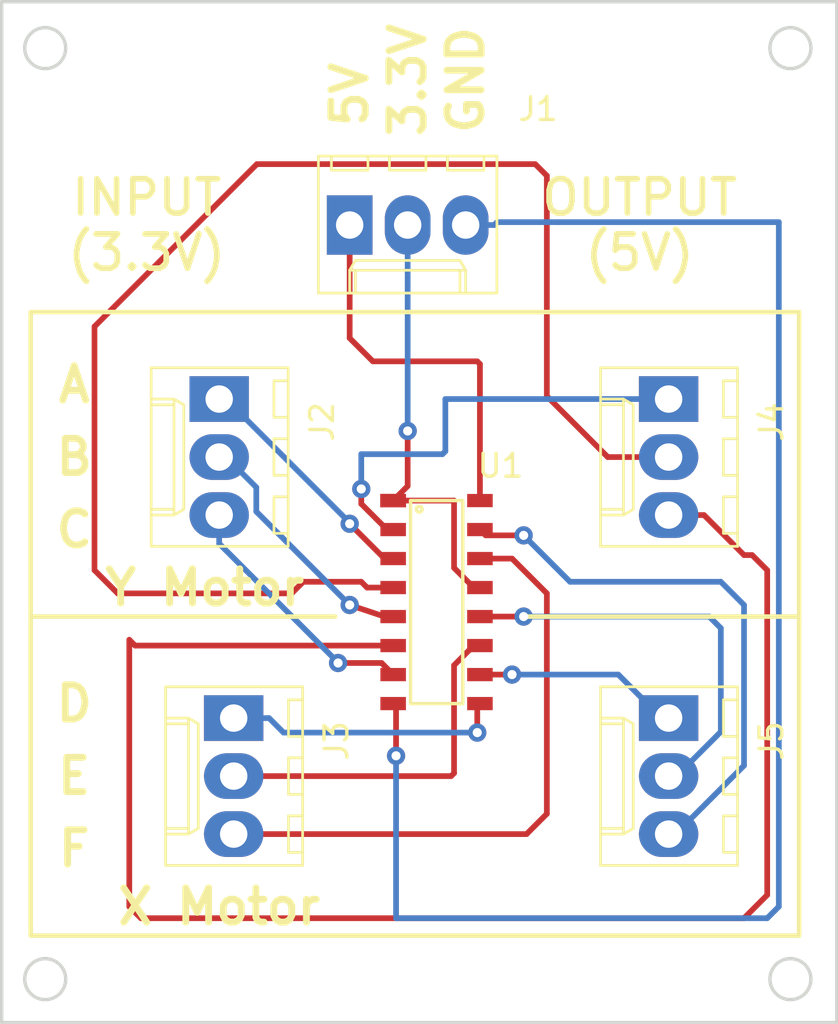
<source format=kicad_pcb>
(kicad_pcb (version 20171130) (host pcbnew "(5.0.0-rc2-dev-173-gf1cf95b8d)")

  (general
    (thickness 1.6)
    (drawings 28)
    (tracks 113)
    (zones 0)
    (modules 6)
    (nets 16)
  )

  (page A4)
  (layers
    (0 F.Cu signal)
    (31 B.Cu signal)
    (32 B.Adhes user)
    (33 F.Adhes user)
    (34 B.Paste user)
    (35 F.Paste user)
    (36 B.SilkS user)
    (37 F.SilkS user)
    (38 B.Mask user)
    (39 F.Mask user)
    (40 Dwgs.User user)
    (41 Cmts.User user)
    (42 Eco1.User user)
    (43 Eco2.User user)
    (44 Edge.Cuts user)
    (45 Margin user)
    (46 B.CrtYd user)
    (47 F.CrtYd user)
    (48 B.Fab user)
    (49 F.Fab user)
  )

  (setup
    (last_trace_width 0.25)
    (trace_clearance 0.2)
    (zone_clearance 0.508)
    (zone_45_only no)
    (trace_min 0.2)
    (segment_width 0.2)
    (edge_width 0.15)
    (via_size 0.8)
    (via_drill 0.4)
    (via_min_size 0.4)
    (via_min_drill 0.3)
    (uvia_size 0.3)
    (uvia_drill 0.1)
    (uvias_allowed no)
    (uvia_min_size 0.2)
    (uvia_min_drill 0.1)
    (pcb_text_width 0.3)
    (pcb_text_size 1.5 1.5)
    (mod_edge_width 0.15)
    (mod_text_size 1 1)
    (mod_text_width 0.15)
    (pad_size 1.524 1.524)
    (pad_drill 0.762)
    (pad_to_mask_clearance 0.2)
    (aux_axis_origin 0 0)
    (visible_elements 7FFFFFFF)
    (pcbplotparams
      (layerselection 0x010fc_ffffffff)
      (usegerberextensions false)
      (usegerberattributes false)
      (usegerberadvancedattributes false)
      (creategerberjobfile false)
      (excludeedgelayer true)
      (linewidth 0.100000)
      (plotframeref false)
      (viasonmask false)
      (mode 1)
      (useauxorigin false)
      (hpglpennumber 1)
      (hpglpenspeed 20)
      (hpglpendiameter 15)
      (psnegative false)
      (psa4output false)
      (plotreference true)
      (plotvalue true)
      (plotinvisibletext false)
      (padsonsilk false)
      (subtractmaskfromsilk false)
      (outputformat 1)
      (mirror false)
      (drillshape 1)
      (scaleselection 1)
      (outputdirectory ""))
  )

  (net 0 "")
  (net 1 +3V3)
  (net 2 "Net-(J2-Pad3)")
  (net 3 "Net-(J4-Pad3)")
  (net 4 "Net-(J2-Pad2)")
  (net 5 "Net-(J2-Pad1)")
  (net 6 +5V)
  (net 7 "Net-(J4-Pad1)")
  (net 8 "Net-(J4-Pad2)")
  (net 9 "Net-(J5-Pad1)")
  (net 10 "Net-(J5-Pad2)")
  (net 11 "Net-(J5-Pad3)")
  (net 12 GND)
  (net 13 "Net-(J3-Pad3)")
  (net 14 "Net-(J3-Pad2)")
  (net 15 "Net-(J3-Pad1)")

  (net_class Default "This is the default net class."
    (clearance 0.2)
    (trace_width 0.25)
    (via_dia 0.8)
    (via_drill 0.4)
    (uvia_dia 0.3)
    (uvia_drill 0.1)
    (add_net +3V3)
    (add_net +5V)
    (add_net GND)
    (add_net "Net-(J2-Pad1)")
    (add_net "Net-(J2-Pad2)")
    (add_net "Net-(J2-Pad3)")
    (add_net "Net-(J3-Pad1)")
    (add_net "Net-(J3-Pad2)")
    (add_net "Net-(J3-Pad3)")
    (add_net "Net-(J4-Pad1)")
    (add_net "Net-(J4-Pad2)")
    (add_net "Net-(J4-Pad3)")
    (add_net "Net-(J5-Pad1)")
    (add_net "Net-(J5-Pad2)")
    (add_net "Net-(J5-Pad3)")
  )

  (module Connectors_Molex:Molex_KK-6410-03_03x2.54mm_Straight (layer F.Cu) (tedit 58EE6EE6) (tstamp 5AB6124B)
    (at 106.68 56.515)
    (descr "Connector Headers with Friction Lock, 22-27-2031, http://www.molex.com/pdm_docs/sd/022272021_sd.pdf")
    (tags "connector molex kk_6410 22-27-2031")
    (path /5AB3C349)
    (fp_text reference J1 (at 8.255 -5.08) (layer F.SilkS)
      (effects (font (size 1 1) (thickness 0.15)))
    )
    (fp_text value Conn_01x03 (at 2.54 4.5) (layer F.Fab)
      (effects (font (size 1 1) (thickness 0.15)))
    )
    (fp_text user %R (at 2.54 0) (layer F.Fab)
      (effects (font (size 1 1) (thickness 0.15)))
    )
    (fp_line (start 7 3.5) (end -1.9 3.5) (layer F.CrtYd) (width 0.05))
    (fp_line (start 7 -3.55) (end 7 3.5) (layer F.CrtYd) (width 0.05))
    (fp_line (start -1.9 -3.55) (end 7 -3.55) (layer F.CrtYd) (width 0.05))
    (fp_line (start -1.9 3.5) (end -1.9 -3.55) (layer F.CrtYd) (width 0.05))
    (fp_line (start 5.88 -2.4) (end 5.88 -3.02) (layer F.SilkS) (width 0.12))
    (fp_line (start 4.28 -2.4) (end 5.88 -2.4) (layer F.SilkS) (width 0.12))
    (fp_line (start 4.28 -3.02) (end 4.28 -2.4) (layer F.SilkS) (width 0.12))
    (fp_line (start 3.34 -2.4) (end 3.34 -3.02) (layer F.SilkS) (width 0.12))
    (fp_line (start 1.74 -2.4) (end 3.34 -2.4) (layer F.SilkS) (width 0.12))
    (fp_line (start 1.74 -3.02) (end 1.74 -2.4) (layer F.SilkS) (width 0.12))
    (fp_line (start 0.8 -2.4) (end 0.8 -3.02) (layer F.SilkS) (width 0.12))
    (fp_line (start -0.8 -2.4) (end 0.8 -2.4) (layer F.SilkS) (width 0.12))
    (fp_line (start -0.8 -3.02) (end -0.8 -2.4) (layer F.SilkS) (width 0.12))
    (fp_line (start 4.83 2.98) (end 4.83 1.98) (layer F.SilkS) (width 0.12))
    (fp_line (start 0.25 2.98) (end 0.25 1.98) (layer F.SilkS) (width 0.12))
    (fp_line (start 4.83 1.55) (end 5.08 1.98) (layer F.SilkS) (width 0.12))
    (fp_line (start 0.25 1.55) (end 4.83 1.55) (layer F.SilkS) (width 0.12))
    (fp_line (start 0 1.98) (end 0.25 1.55) (layer F.SilkS) (width 0.12))
    (fp_line (start 5.08 1.98) (end 5.08 2.98) (layer F.SilkS) (width 0.12))
    (fp_line (start 0 1.98) (end 5.08 1.98) (layer F.SilkS) (width 0.12))
    (fp_line (start 0 2.98) (end 0 1.98) (layer F.SilkS) (width 0.12))
    (fp_line (start 6.45 -3.02) (end -1.37 -3.02) (layer F.SilkS) (width 0.12))
    (fp_line (start 6.45 2.98) (end 6.45 -3.02) (layer F.SilkS) (width 0.12))
    (fp_line (start -1.37 2.98) (end 6.45 2.98) (layer F.SilkS) (width 0.12))
    (fp_line (start -1.37 -3.02) (end -1.37 2.98) (layer F.SilkS) (width 0.12))
    (fp_line (start 6.55 -3.12) (end -1.47 -3.12) (layer F.Fab) (width 0.12))
    (fp_line (start 6.55 3.08) (end 6.55 -3.12) (layer F.Fab) (width 0.12))
    (fp_line (start -1.47 3.08) (end 6.55 3.08) (layer F.Fab) (width 0.12))
    (fp_line (start -1.47 -3.12) (end -1.47 3.08) (layer F.Fab) (width 0.12))
    (pad 3 thru_hole oval (at 5.08 0) (size 2 2.6) (drill 1.2) (layers *.Cu *.Mask)
      (net 12 GND))
    (pad 2 thru_hole oval (at 2.54 0) (size 2 2.6) (drill 1.2) (layers *.Cu *.Mask)
      (net 1 +3V3))
    (pad 1 thru_hole rect (at 0 0) (size 2 2.6) (drill 1.2) (layers *.Cu *.Mask)
      (net 6 +5V))
    (model ${KISYS3DMOD}/Connectors_Molex.3dshapes/Molex_KK-6410-03_03x2.54mm_Straight.wrl
      (at (xyz 0 0 0))
      (scale (xyz 1 1 1))
      (rotate (xyz 0 0 0))
    )
  )

  (module Connectors_Molex:Molex_KK-6410-03_03x2.54mm_Straight (layer F.Cu) (tedit 58EE6EE6) (tstamp 5AB61270)
    (at 100.965 64.135 270)
    (descr "Connector Headers with Friction Lock, 22-27-2031, http://www.molex.com/pdm_docs/sd/022272021_sd.pdf")
    (tags "connector molex kk_6410 22-27-2031")
    (path /5AB57ABA)
    (fp_text reference J2 (at 1 -4.5 270) (layer F.SilkS)
      (effects (font (size 1 1) (thickness 0.15)))
    )
    (fp_text value Conn_01x03 (at 2.54 4.5 270) (layer F.Fab)
      (effects (font (size 1 1) (thickness 0.15)))
    )
    (fp_line (start -1.47 -3.12) (end -1.47 3.08) (layer F.Fab) (width 0.12))
    (fp_line (start -1.47 3.08) (end 6.55 3.08) (layer F.Fab) (width 0.12))
    (fp_line (start 6.55 3.08) (end 6.55 -3.12) (layer F.Fab) (width 0.12))
    (fp_line (start 6.55 -3.12) (end -1.47 -3.12) (layer F.Fab) (width 0.12))
    (fp_line (start -1.37 -3.02) (end -1.37 2.98) (layer F.SilkS) (width 0.12))
    (fp_line (start -1.37 2.98) (end 6.45 2.98) (layer F.SilkS) (width 0.12))
    (fp_line (start 6.45 2.98) (end 6.45 -3.02) (layer F.SilkS) (width 0.12))
    (fp_line (start 6.45 -3.02) (end -1.37 -3.02) (layer F.SilkS) (width 0.12))
    (fp_line (start 0 2.98) (end 0 1.98) (layer F.SilkS) (width 0.12))
    (fp_line (start 0 1.98) (end 5.08 1.98) (layer F.SilkS) (width 0.12))
    (fp_line (start 5.08 1.98) (end 5.08 2.98) (layer F.SilkS) (width 0.12))
    (fp_line (start 0 1.98) (end 0.25 1.55) (layer F.SilkS) (width 0.12))
    (fp_line (start 0.25 1.55) (end 4.83 1.55) (layer F.SilkS) (width 0.12))
    (fp_line (start 4.83 1.55) (end 5.08 1.98) (layer F.SilkS) (width 0.12))
    (fp_line (start 0.25 2.98) (end 0.25 1.98) (layer F.SilkS) (width 0.12))
    (fp_line (start 4.83 2.98) (end 4.83 1.98) (layer F.SilkS) (width 0.12))
    (fp_line (start -0.8 -3.02) (end -0.8 -2.4) (layer F.SilkS) (width 0.12))
    (fp_line (start -0.8 -2.4) (end 0.8 -2.4) (layer F.SilkS) (width 0.12))
    (fp_line (start 0.8 -2.4) (end 0.8 -3.02) (layer F.SilkS) (width 0.12))
    (fp_line (start 1.74 -3.02) (end 1.74 -2.4) (layer F.SilkS) (width 0.12))
    (fp_line (start 1.74 -2.4) (end 3.34 -2.4) (layer F.SilkS) (width 0.12))
    (fp_line (start 3.34 -2.4) (end 3.34 -3.02) (layer F.SilkS) (width 0.12))
    (fp_line (start 4.28 -3.02) (end 4.28 -2.4) (layer F.SilkS) (width 0.12))
    (fp_line (start 4.28 -2.4) (end 5.88 -2.4) (layer F.SilkS) (width 0.12))
    (fp_line (start 5.88 -2.4) (end 5.88 -3.02) (layer F.SilkS) (width 0.12))
    (fp_line (start -1.9 3.5) (end -1.9 -3.55) (layer F.CrtYd) (width 0.05))
    (fp_line (start -1.9 -3.55) (end 7 -3.55) (layer F.CrtYd) (width 0.05))
    (fp_line (start 7 -3.55) (end 7 3.5) (layer F.CrtYd) (width 0.05))
    (fp_line (start 7 3.5) (end -1.9 3.5) (layer F.CrtYd) (width 0.05))
    (fp_text user %R (at 2.54 0 270) (layer F.Fab)
      (effects (font (size 1 1) (thickness 0.15)))
    )
    (pad 1 thru_hole rect (at 0 0 270) (size 2 2.6) (drill 1.2) (layers *.Cu *.Mask)
      (net 5 "Net-(J2-Pad1)"))
    (pad 2 thru_hole oval (at 2.54 0 270) (size 2 2.6) (drill 1.2) (layers *.Cu *.Mask)
      (net 4 "Net-(J2-Pad2)"))
    (pad 3 thru_hole oval (at 5.08 0 270) (size 2 2.6) (drill 1.2) (layers *.Cu *.Mask)
      (net 2 "Net-(J2-Pad3)"))
    (model ${KISYS3DMOD}/Connectors_Molex.3dshapes/Molex_KK-6410-03_03x2.54mm_Straight.wrl
      (at (xyz 0 0 0))
      (scale (xyz 1 1 1))
      (rotate (xyz 0 0 0))
    )
  )

  (module Connectors_Molex:Molex_KK-6410-03_03x2.54mm_Straight (layer F.Cu) (tedit 58EE6EE6) (tstamp 5AB61295)
    (at 101.6 78.105 270)
    (descr "Connector Headers with Friction Lock, 22-27-2031, http://www.molex.com/pdm_docs/sd/022272021_sd.pdf")
    (tags "connector molex kk_6410 22-27-2031")
    (path /5AB57AFF)
    (fp_text reference J3 (at 1 -4.5 270) (layer F.SilkS)
      (effects (font (size 1 1) (thickness 0.15)))
    )
    (fp_text value Conn_01x03 (at 2.54 4.5 270) (layer F.Fab)
      (effects (font (size 1 1) (thickness 0.15)))
    )
    (fp_text user %R (at 2.54 0 270) (layer F.Fab)
      (effects (font (size 1 1) (thickness 0.15)))
    )
    (fp_line (start 7 3.5) (end -1.9 3.5) (layer F.CrtYd) (width 0.05))
    (fp_line (start 7 -3.55) (end 7 3.5) (layer F.CrtYd) (width 0.05))
    (fp_line (start -1.9 -3.55) (end 7 -3.55) (layer F.CrtYd) (width 0.05))
    (fp_line (start -1.9 3.5) (end -1.9 -3.55) (layer F.CrtYd) (width 0.05))
    (fp_line (start 5.88 -2.4) (end 5.88 -3.02) (layer F.SilkS) (width 0.12))
    (fp_line (start 4.28 -2.4) (end 5.88 -2.4) (layer F.SilkS) (width 0.12))
    (fp_line (start 4.28 -3.02) (end 4.28 -2.4) (layer F.SilkS) (width 0.12))
    (fp_line (start 3.34 -2.4) (end 3.34 -3.02) (layer F.SilkS) (width 0.12))
    (fp_line (start 1.74 -2.4) (end 3.34 -2.4) (layer F.SilkS) (width 0.12))
    (fp_line (start 1.74 -3.02) (end 1.74 -2.4) (layer F.SilkS) (width 0.12))
    (fp_line (start 0.8 -2.4) (end 0.8 -3.02) (layer F.SilkS) (width 0.12))
    (fp_line (start -0.8 -2.4) (end 0.8 -2.4) (layer F.SilkS) (width 0.12))
    (fp_line (start -0.8 -3.02) (end -0.8 -2.4) (layer F.SilkS) (width 0.12))
    (fp_line (start 4.83 2.98) (end 4.83 1.98) (layer F.SilkS) (width 0.12))
    (fp_line (start 0.25 2.98) (end 0.25 1.98) (layer F.SilkS) (width 0.12))
    (fp_line (start 4.83 1.55) (end 5.08 1.98) (layer F.SilkS) (width 0.12))
    (fp_line (start 0.25 1.55) (end 4.83 1.55) (layer F.SilkS) (width 0.12))
    (fp_line (start 0 1.98) (end 0.25 1.55) (layer F.SilkS) (width 0.12))
    (fp_line (start 5.08 1.98) (end 5.08 2.98) (layer F.SilkS) (width 0.12))
    (fp_line (start 0 1.98) (end 5.08 1.98) (layer F.SilkS) (width 0.12))
    (fp_line (start 0 2.98) (end 0 1.98) (layer F.SilkS) (width 0.12))
    (fp_line (start 6.45 -3.02) (end -1.37 -3.02) (layer F.SilkS) (width 0.12))
    (fp_line (start 6.45 2.98) (end 6.45 -3.02) (layer F.SilkS) (width 0.12))
    (fp_line (start -1.37 2.98) (end 6.45 2.98) (layer F.SilkS) (width 0.12))
    (fp_line (start -1.37 -3.02) (end -1.37 2.98) (layer F.SilkS) (width 0.12))
    (fp_line (start 6.55 -3.12) (end -1.47 -3.12) (layer F.Fab) (width 0.12))
    (fp_line (start 6.55 3.08) (end 6.55 -3.12) (layer F.Fab) (width 0.12))
    (fp_line (start -1.47 3.08) (end 6.55 3.08) (layer F.Fab) (width 0.12))
    (fp_line (start -1.47 -3.12) (end -1.47 3.08) (layer F.Fab) (width 0.12))
    (pad 3 thru_hole oval (at 5.08 0 270) (size 2 2.6) (drill 1.2) (layers *.Cu *.Mask)
      (net 13 "Net-(J3-Pad3)"))
    (pad 2 thru_hole oval (at 2.54 0 270) (size 2 2.6) (drill 1.2) (layers *.Cu *.Mask)
      (net 14 "Net-(J3-Pad2)"))
    (pad 1 thru_hole rect (at 0 0 270) (size 2 2.6) (drill 1.2) (layers *.Cu *.Mask)
      (net 15 "Net-(J3-Pad1)"))
    (model ${KISYS3DMOD}/Connectors_Molex.3dshapes/Molex_KK-6410-03_03x2.54mm_Straight.wrl
      (at (xyz 0 0 0))
      (scale (xyz 1 1 1))
      (rotate (xyz 0 0 0))
    )
  )

  (module Connectors_Molex:Molex_KK-6410-03_03x2.54mm_Straight (layer F.Cu) (tedit 58EE6EE6) (tstamp 5AB612BA)
    (at 120.65 64.135 270)
    (descr "Connector Headers with Friction Lock, 22-27-2031, http://www.molex.com/pdm_docs/sd/022272021_sd.pdf")
    (tags "connector molex kk_6410 22-27-2031")
    (path /5AB58AEA)
    (fp_text reference J4 (at 1 -4.5 270) (layer F.SilkS)
      (effects (font (size 1 1) (thickness 0.15)))
    )
    (fp_text value Conn_01x03 (at 2.54 4.5) (layer F.Fab)
      (effects (font (size 1 1) (thickness 0.15)))
    )
    (fp_text user %R (at 2.54 0 270) (layer F.Fab)
      (effects (font (size 1 1) (thickness 0.15)))
    )
    (fp_line (start 7 3.5) (end -1.9 3.5) (layer F.CrtYd) (width 0.05))
    (fp_line (start 7 -3.55) (end 7 3.5) (layer F.CrtYd) (width 0.05))
    (fp_line (start -1.9 -3.55) (end 7 -3.55) (layer F.CrtYd) (width 0.05))
    (fp_line (start -1.9 3.5) (end -1.9 -3.55) (layer F.CrtYd) (width 0.05))
    (fp_line (start 5.88 -2.4) (end 5.88 -3.02) (layer F.SilkS) (width 0.12))
    (fp_line (start 4.28 -2.4) (end 5.88 -2.4) (layer F.SilkS) (width 0.12))
    (fp_line (start 4.28 -3.02) (end 4.28 -2.4) (layer F.SilkS) (width 0.12))
    (fp_line (start 3.34 -2.4) (end 3.34 -3.02) (layer F.SilkS) (width 0.12))
    (fp_line (start 1.74 -2.4) (end 3.34 -2.4) (layer F.SilkS) (width 0.12))
    (fp_line (start 1.74 -3.02) (end 1.74 -2.4) (layer F.SilkS) (width 0.12))
    (fp_line (start 0.8 -2.4) (end 0.8 -3.02) (layer F.SilkS) (width 0.12))
    (fp_line (start -0.8 -2.4) (end 0.8 -2.4) (layer F.SilkS) (width 0.12))
    (fp_line (start -0.8 -3.02) (end -0.8 -2.4) (layer F.SilkS) (width 0.12))
    (fp_line (start 4.83 2.98) (end 4.83 1.98) (layer F.SilkS) (width 0.12))
    (fp_line (start 0.25 2.98) (end 0.25 1.98) (layer F.SilkS) (width 0.12))
    (fp_line (start 4.83 1.55) (end 5.08 1.98) (layer F.SilkS) (width 0.12))
    (fp_line (start 0.25 1.55) (end 4.83 1.55) (layer F.SilkS) (width 0.12))
    (fp_line (start 0 1.98) (end 0.25 1.55) (layer F.SilkS) (width 0.12))
    (fp_line (start 5.08 1.98) (end 5.08 2.98) (layer F.SilkS) (width 0.12))
    (fp_line (start 0 1.98) (end 5.08 1.98) (layer F.SilkS) (width 0.12))
    (fp_line (start 0 2.98) (end 0 1.98) (layer F.SilkS) (width 0.12))
    (fp_line (start 6.45 -3.02) (end -1.37 -3.02) (layer F.SilkS) (width 0.12))
    (fp_line (start 6.45 2.98) (end 6.45 -3.02) (layer F.SilkS) (width 0.12))
    (fp_line (start -1.37 2.98) (end 6.45 2.98) (layer F.SilkS) (width 0.12))
    (fp_line (start -1.37 -3.02) (end -1.37 2.98) (layer F.SilkS) (width 0.12))
    (fp_line (start 6.55 -3.12) (end -1.47 -3.12) (layer F.Fab) (width 0.12))
    (fp_line (start 6.55 3.08) (end 6.55 -3.12) (layer F.Fab) (width 0.12))
    (fp_line (start -1.47 3.08) (end 6.55 3.08) (layer F.Fab) (width 0.12))
    (fp_line (start -1.47 -3.12) (end -1.47 3.08) (layer F.Fab) (width 0.12))
    (pad 3 thru_hole oval (at 5.08 0 270) (size 2 2.6) (drill 1.2) (layers *.Cu *.Mask)
      (net 3 "Net-(J4-Pad3)"))
    (pad 2 thru_hole oval (at 2.54 0 270) (size 2 2.6) (drill 1.2) (layers *.Cu *.Mask)
      (net 8 "Net-(J4-Pad2)"))
    (pad 1 thru_hole rect (at 0 0 270) (size 2 2.6) (drill 1.2) (layers *.Cu *.Mask)
      (net 7 "Net-(J4-Pad1)"))
    (model ${KISYS3DMOD}/Connectors_Molex.3dshapes/Molex_KK-6410-03_03x2.54mm_Straight.wrl
      (at (xyz 0 0 0))
      (scale (xyz 1 1 1))
      (rotate (xyz 0 0 0))
    )
  )

  (module Connectors_Molex:Molex_KK-6410-03_03x2.54mm_Straight (layer F.Cu) (tedit 58EE6EE6) (tstamp 5AB612DF)
    (at 120.65 78.105 270)
    (descr "Connector Headers with Friction Lock, 22-27-2031, http://www.molex.com/pdm_docs/sd/022272021_sd.pdf")
    (tags "connector molex kk_6410 22-27-2031")
    (path /5AB58AAF)
    (fp_text reference J5 (at 1 -4.5 270) (layer F.SilkS)
      (effects (font (size 1 1) (thickness 0.15)))
    )
    (fp_text value Conn_01x03 (at 2.54 4.5 270) (layer F.Fab)
      (effects (font (size 1 1) (thickness 0.15)))
    )
    (fp_line (start -1.47 -3.12) (end -1.47 3.08) (layer F.Fab) (width 0.12))
    (fp_line (start -1.47 3.08) (end 6.55 3.08) (layer F.Fab) (width 0.12))
    (fp_line (start 6.55 3.08) (end 6.55 -3.12) (layer F.Fab) (width 0.12))
    (fp_line (start 6.55 -3.12) (end -1.47 -3.12) (layer F.Fab) (width 0.12))
    (fp_line (start -1.37 -3.02) (end -1.37 2.98) (layer F.SilkS) (width 0.12))
    (fp_line (start -1.37 2.98) (end 6.45 2.98) (layer F.SilkS) (width 0.12))
    (fp_line (start 6.45 2.98) (end 6.45 -3.02) (layer F.SilkS) (width 0.12))
    (fp_line (start 6.45 -3.02) (end -1.37 -3.02) (layer F.SilkS) (width 0.12))
    (fp_line (start 0 2.98) (end 0 1.98) (layer F.SilkS) (width 0.12))
    (fp_line (start 0 1.98) (end 5.08 1.98) (layer F.SilkS) (width 0.12))
    (fp_line (start 5.08 1.98) (end 5.08 2.98) (layer F.SilkS) (width 0.12))
    (fp_line (start 0 1.98) (end 0.25 1.55) (layer F.SilkS) (width 0.12))
    (fp_line (start 0.25 1.55) (end 4.83 1.55) (layer F.SilkS) (width 0.12))
    (fp_line (start 4.83 1.55) (end 5.08 1.98) (layer F.SilkS) (width 0.12))
    (fp_line (start 0.25 2.98) (end 0.25 1.98) (layer F.SilkS) (width 0.12))
    (fp_line (start 4.83 2.98) (end 4.83 1.98) (layer F.SilkS) (width 0.12))
    (fp_line (start -0.8 -3.02) (end -0.8 -2.4) (layer F.SilkS) (width 0.12))
    (fp_line (start -0.8 -2.4) (end 0.8 -2.4) (layer F.SilkS) (width 0.12))
    (fp_line (start 0.8 -2.4) (end 0.8 -3.02) (layer F.SilkS) (width 0.12))
    (fp_line (start 1.74 -3.02) (end 1.74 -2.4) (layer F.SilkS) (width 0.12))
    (fp_line (start 1.74 -2.4) (end 3.34 -2.4) (layer F.SilkS) (width 0.12))
    (fp_line (start 3.34 -2.4) (end 3.34 -3.02) (layer F.SilkS) (width 0.12))
    (fp_line (start 4.28 -3.02) (end 4.28 -2.4) (layer F.SilkS) (width 0.12))
    (fp_line (start 4.28 -2.4) (end 5.88 -2.4) (layer F.SilkS) (width 0.12))
    (fp_line (start 5.88 -2.4) (end 5.88 -3.02) (layer F.SilkS) (width 0.12))
    (fp_line (start -1.9 3.5) (end -1.9 -3.55) (layer F.CrtYd) (width 0.05))
    (fp_line (start -1.9 -3.55) (end 7 -3.55) (layer F.CrtYd) (width 0.05))
    (fp_line (start 7 -3.55) (end 7 3.5) (layer F.CrtYd) (width 0.05))
    (fp_line (start 7 3.5) (end -1.9 3.5) (layer F.CrtYd) (width 0.05))
    (fp_text user %R (at 2.54 0 270) (layer F.Fab)
      (effects (font (size 1 1) (thickness 0.15)))
    )
    (pad 1 thru_hole rect (at 0 0 270) (size 2 2.6) (drill 1.2) (layers *.Cu *.Mask)
      (net 9 "Net-(J5-Pad1)"))
    (pad 2 thru_hole oval (at 2.54 0 270) (size 2 2.6) (drill 1.2) (layers *.Cu *.Mask)
      (net 10 "Net-(J5-Pad2)"))
    (pad 3 thru_hole oval (at 5.08 0 270) (size 2 2.6) (drill 1.2) (layers *.Cu *.Mask)
      (net 11 "Net-(J5-Pad3)"))
    (model ${KISYS3DMOD}/Connectors_Molex.3dshapes/Molex_KK-6410-03_03x2.54mm_Straight.wrl
      (at (xyz 0 0 0))
      (scale (xyz 1 1 1))
      (rotate (xyz 0 0 0))
    )
  )

  (module Flexifab:MC14504B (layer F.Cu) (tedit 5AB335FA) (tstamp 5AB612FB)
    (at 108.585 68.58)
    (path /5AB55BD9)
    (fp_text reference U1 (at 4.699 -1.524) (layer F.SilkS)
      (effects (font (size 1 1) (thickness 0.15)))
    )
    (fp_text value MC14504B_V1.1 (at 2.032 3.81 90) (layer F.Fab) hide
      (effects (font (size 1 1) (thickness 0.15)))
    )
    (fp_line (start 0.762 0) (end 0.762 8.89) (layer F.SilkS) (width 0.15))
    (fp_line (start 0.762 8.89) (end 3.048 8.89) (layer F.SilkS) (width 0.15))
    (fp_line (start 3.048 8.89) (end 3.048 0) (layer F.SilkS) (width 0.15))
    (fp_line (start 3.048 0) (end 0.762 0) (layer F.SilkS) (width 0.15))
    (fp_circle (center 1.143 0.381) (end 1.143 0.508) (layer F.SilkS) (width 0.15))
    (pad 1 smd rect (at 0 0) (size 1.12 0.58) (layers F.Cu F.Paste F.Mask)
      (net 1 +3V3))
    (pad 1 smd rect (at 0 0) (size 1.12 0.58) (layers F.Cu F.Paste F.Mask)
      (net 1 +3V3))
    (pad 1 smd rect (at 0 0) (size 1.12 0.58) (layers F.Cu F.Paste F.Mask)
      (net 1 +3V3))
    (pad 1 smd rect (at 0 0) (size 1.12 0.58) (layers F.Cu F.Paste F.Mask)
      (net 1 +3V3))
    (pad 2 smd rect (at 0 1.27) (size 1.12 0.58) (layers F.Cu F.Paste F.Mask)
      (net 7 "Net-(J4-Pad1)"))
    (pad 3 smd rect (at 0 2.54) (size 1.12 0.58) (layers F.Cu F.Paste F.Mask)
      (net 5 "Net-(J2-Pad1)"))
    (pad 4 smd rect (at 0 3.81) (size 1.12 0.58) (layers F.Cu F.Paste F.Mask)
      (net 8 "Net-(J4-Pad2)"))
    (pad 5 smd rect (at 0 5.08) (size 1.12 0.58) (layers F.Cu F.Paste F.Mask)
      (net 4 "Net-(J2-Pad2)"))
    (pad 6 smd rect (at 0 6.35) (size 1.12 0.58) (layers F.Cu F.Paste F.Mask)
      (net 3 "Net-(J4-Pad3)"))
    (pad 7 smd rect (at 0 7.62) (size 1.12 0.58) (layers F.Cu F.Paste F.Mask)
      (net 2 "Net-(J2-Pad3)"))
    (pad 8 smd rect (at 0 8.89) (size 1.12 0.58) (layers F.Cu F.Paste F.Mask)
      (net 12 GND))
    (pad 9 smd rect (at 3.8 8.89) (size 1.12 0.58) (layers F.Cu F.Paste F.Mask)
      (net 15 "Net-(J3-Pad1)"))
    (pad 10 smd rect (at 3.8 7.62) (size 1.12 0.58) (layers F.Cu F.Paste F.Mask)
      (net 9 "Net-(J5-Pad1)"))
    (pad 11 smd rect (at 3.8 6.35) (size 1.12 0.58) (layers F.Cu F.Paste F.Mask)
      (net 14 "Net-(J3-Pad2)"))
    (pad 12 smd rect (at 3.8 5.08) (size 1.12 0.58) (layers F.Cu F.Paste F.Mask)
      (net 10 "Net-(J5-Pad2)"))
    (pad 13 smd rect (at 3.8 3.81) (size 1.12 0.58) (layers F.Cu F.Paste F.Mask)
      (net 1 +3V3))
    (pad 14 smd rect (at 3.8 2.54) (size 1.12 0.58) (layers F.Cu F.Paste F.Mask)
      (net 13 "Net-(J3-Pad3)"))
    (pad 15 smd rect (at 3.8 1.27) (size 1.12 0.58) (layers F.Cu F.Paste F.Mask)
      (net 11 "Net-(J5-Pad3)"))
    (pad 16 smd rect (at 3.8 0) (size 1.12 0.58) (layers F.Cu F.Paste F.Mask)
      (net 6 +5V))
  )

  (gr_text "X Motor" (at 100.965 86.36) (layer F.SilkS)
    (effects (font (size 1.5 1.5) (thickness 0.3)))
  )
  (gr_text "Y Motor" (at 100.33 72.39) (layer F.SilkS)
    (effects (font (size 1.5 1.5) (thickness 0.3)))
  )
  (gr_line (start 106.045 73.66) (end 92.71 73.66) (layer F.SilkS) (width 0.2))
  (gr_line (start 126.365 73.66) (end 114.3 73.66) (layer F.SilkS) (width 0.2))
  (gr_text B (at 94.615 66.675) (layer F.SilkS) (tstamp 5AB61DAD)
    (effects (font (size 1.5 1.5) (thickness 0.3)))
  )
  (gr_text F (at 94.615 83.82) (layer F.SilkS) (tstamp 5AB5773F)
    (effects (font (size 1.5 1.5) (thickness 0.3)))
  )
  (gr_text E (at 94.615 80.645) (layer F.SilkS) (tstamp 5AB5773C)
    (effects (font (size 1.5 1.5) (thickness 0.3)))
  )
  (gr_text C (at 94.615 69.85) (layer F.SilkS) (tstamp 5AB61DAA)
    (effects (font (size 1.5 1.5) (thickness 0.3)))
  )
  (gr_text A (at 94.615 63.5) (layer F.SilkS) (tstamp 5AB5773E)
    (effects (font (size 1.5 1.5) (thickness 0.3)))
  )
  (gr_text D (at 94.615 77.47) (layer F.SilkS) (tstamp 5AB5773A)
    (effects (font (size 1.5 1.5) (thickness 0.3)))
  )
  (gr_circle (center 93.345 89.535) (end 93.98 90.17) (layer Edge.Cuts) (width 0.15) (tstamp 5AB57D03))
  (gr_circle (center 125.984 89.535) (end 126.619 90.17) (layer Edge.Cuts) (width 0.15) (tstamp 5AB61DE5))
  (gr_circle (center 125.984 48.768) (end 126.619 49.403) (layer Edge.Cuts) (width 0.15) (tstamp 5AB57D03))
  (gr_circle (center 93.345 48.768) (end 93.98 49.403) (layer Edge.Cuts) (width 0.15))
  (gr_line (start 91.44 46.736) (end 91.44 53.34) (layer Edge.Cuts) (width 0.15))
  (gr_line (start 128.016 46.736) (end 91.44 46.736) (layer Edge.Cuts) (width 0.15))
  (gr_line (start 128.016 91.44) (end 128.016 46.736) (layer Edge.Cuts) (width 0.15))
  (gr_line (start 91.44 91.44) (end 128.016 91.44) (layer Edge.Cuts) (width 0.15))
  (gr_line (start 91.44 53.34) (end 91.44 91.44) (layer Edge.Cuts) (width 0.15))
  (gr_text 5V (at 106.68 50.8 90) (layer F.SilkS)
    (effects (font (size 1.5 1.5) (thickness 0.3)))
  )
  (gr_text 3.3V (at 109.22 50.165 90) (layer F.SilkS)
    (effects (font (size 1.5 1.5) (thickness 0.3)))
  )
  (gr_text GND (at 111.76 50.165 90) (layer F.SilkS)
    (effects (font (size 1.5 1.5) (thickness 0.3)))
  )
  (gr_text "OUTPUT\n(5V)\n" (at 119.38 56.515) (layer F.SilkS)
    (effects (font (size 1.5 1.5) (thickness 0.25)))
  )
  (gr_text "INPUT\n(3.3V)" (at 97.79 56.515) (layer F.SilkS)
    (effects (font (size 1.5 1.5) (thickness 0.25)))
  )
  (gr_line (start 92.71 60.325) (end 92.71 87.63) (layer F.SilkS) (width 0.2))
  (gr_line (start 126.365 60.325) (end 92.71 60.325) (layer F.SilkS) (width 0.2))
  (gr_line (start 126.365 87.63) (end 126.365 60.325) (layer F.SilkS) (width 0.2))
  (gr_line (start 92.71 87.63) (end 126.365 87.63) (layer F.SilkS) (width 0.2))

  (segment (start 124.968 85.852) (end 123.952 86.868) (width 0.25) (layer F.Cu) (net 3))
  (segment (start 124.968 71.628) (end 124.968 85.852) (width 0.25) (layer F.Cu) (net 3))
  (segment (start 124.307 70.967) (end 124.968 71.628) (width 0.25) (layer F.Cu) (net 3))
  (segment (start 97.028 74.676) (end 97.282 74.93) (width 0.25) (layer F.Cu) (net 3))
  (segment (start 123.952 70.967) (end 124.307 70.967) (width 0.25) (layer F.Cu) (net 3))
  (segment (start 120.65 69.215) (end 122.2 69.215) (width 0.25) (layer F.Cu) (net 3))
  (segment (start 122.2 69.215) (end 123.952 70.967) (width 0.25) (layer F.Cu) (net 3))
  (segment (start 123.952 86.868) (end 97.536 86.868) (width 0.25) (layer F.Cu) (net 3))
  (segment (start 97.536 86.868) (end 97.028 86.36) (width 0.25) (layer F.Cu) (net 3))
  (segment (start 97.028 86.36) (end 97.028 74.676) (width 0.25) (layer F.Cu) (net 3))
  (segment (start 97.282 74.93) (end 108.585 74.93) (width 0.25) (layer F.Cu) (net 3))
  (segment (start 106.68 73.152) (end 102.59001 69.06201) (width 0.25) (layer B.Cu) (net 4))
  (segment (start 102.59001 69.06201) (end 102.59001 68.00001) (width 0.25) (layer B.Cu) (net 4))
  (segment (start 102.59001 68.00001) (end 101.265 66.675) (width 0.25) (layer B.Cu) (net 4))
  (segment (start 101.265 66.675) (end 100.965 66.675) (width 0.25) (layer B.Cu) (net 4))
  (segment (start 106.68 73.152) (end 108.204 73.66) (width 0.25) (layer F.Cu) (net 4))
  (via (at 106.68 73.152) (size 0.8) (drill 0.4) (layers F.Cu B.Cu) (net 4))
  (segment (start 108.204 73.66) (end 108.585 73.66) (width 0.25) (layer F.Cu) (net 4))
  (segment (start 102.616 53.848) (end 95.504 60.96) (width 0.25) (layer F.Cu) (net 8))
  (segment (start 114.808 53.848) (end 102.616 53.848) (width 0.25) (layer F.Cu) (net 8))
  (segment (start 115.316 54.356) (end 114.808 53.848) (width 0.25) (layer F.Cu) (net 8))
  (segment (start 107.442 72.39) (end 108.585 72.39) (width 0.25) (layer F.Cu) (net 8))
  (segment (start 115.316 64.008) (end 115.316 54.356) (width 0.25) (layer F.Cu) (net 8))
  (segment (start 120.65 66.675) (end 117.983 66.675) (width 0.25) (layer F.Cu) (net 8))
  (segment (start 95.504 71.628) (end 96.52 72.644) (width 0.25) (layer F.Cu) (net 8))
  (segment (start 117.983 66.675) (end 115.316 64.008) (width 0.25) (layer F.Cu) (net 8))
  (segment (start 95.504 60.96) (end 95.504 71.628) (width 0.25) (layer F.Cu) (net 8))
  (segment (start 96.52 72.644) (end 104.14 72.644) (width 0.25) (layer F.Cu) (net 8))
  (segment (start 104.14 72.644) (end 104.648 72.136) (width 0.25) (layer F.Cu) (net 8))
  (segment (start 104.648 72.136) (end 107.188 72.136) (width 0.25) (layer F.Cu) (net 8))
  (segment (start 107.188 72.136) (end 107.442 72.39) (width 0.25) (layer F.Cu) (net 8))
  (segment (start 113.792 76.2) (end 112.385 76.2) (width 0.25) (layer F.Cu) (net 9))
  (via (at 113.792 76.2) (size 0.8) (drill 0.4) (layers F.Cu B.Cu) (net 9))
  (segment (start 114.3 73.66) (end 112.385 73.66) (width 0.25) (layer F.Cu) (net 10))
  (via (at 114.3 73.66) (size 0.8) (drill 0.4) (layers F.Cu B.Cu) (net 10))
  (segment (start 114.3 70.104) (end 112.639 70.104) (width 0.25) (layer F.Cu) (net 11))
  (segment (start 112.639 70.104) (end 112.385 69.85) (width 0.25) (layer F.Cu) (net 11))
  (via (at 114.3 70.104) (size 0.8) (drill 0.4) (layers F.Cu B.Cu) (net 11))
  (segment (start 111.252 68.58) (end 111.252 71.527) (width 0.25) (layer F.Cu) (net 1))
  (segment (start 111.252 71.527) (end 112.115 72.39) (width 0.25) (layer F.Cu) (net 1))
  (segment (start 112.115 72.39) (end 112.385 72.39) (width 0.25) (layer F.Cu) (net 1))
  (segment (start 108.585 68.58) (end 111.252 68.58) (width 0.25) (layer F.Cu) (net 1))
  (segment (start 118.445 76.2) (end 113.792 76.2) (width 0.25) (layer B.Cu) (net 9))
  (segment (start 120.65 78.105) (end 120.35 78.105) (width 0.25) (layer B.Cu) (net 9))
  (segment (start 120.35 78.105) (end 118.445 76.2) (width 0.25) (layer B.Cu) (net 9))
  (segment (start 122.428 73.66) (end 114.3 73.66) (width 0.25) (layer B.Cu) (net 10))
  (segment (start 122.936 74.168) (end 122.428 73.66) (width 0.25) (layer B.Cu) (net 10))
  (segment (start 122.936 78.704002) (end 122.936 74.168) (width 0.25) (layer B.Cu) (net 10))
  (segment (start 120.65 80.645) (end 120.995002 80.645) (width 0.25) (layer B.Cu) (net 10))
  (segment (start 120.995002 80.645) (end 122.936 78.704002) (width 0.25) (layer B.Cu) (net 10))
  (segment (start 116.332 72.136) (end 114.3 70.104) (width 0.25) (layer B.Cu) (net 11))
  (segment (start 122.936 72.136) (end 116.332 72.136) (width 0.25) (layer B.Cu) (net 11))
  (segment (start 123.952 73.152) (end 122.936 72.136) (width 0.25) (layer B.Cu) (net 11))
  (segment (start 123.952 80.183) (end 123.952 73.152) (width 0.25) (layer B.Cu) (net 11))
  (segment (start 120.65 83.185) (end 120.95 83.185) (width 0.25) (layer B.Cu) (net 11))
  (segment (start 120.95 83.185) (end 123.952 80.183) (width 0.25) (layer B.Cu) (net 11))
  (segment (start 114.427 83.185) (end 115.316 82.296) (width 0.25) (layer F.Cu) (net 13))
  (segment (start 101.6 83.185) (end 114.427 83.185) (width 0.25) (layer F.Cu) (net 13))
  (segment (start 115.316 82.296) (end 115.316 72.644) (width 0.25) (layer F.Cu) (net 13))
  (segment (start 115.316 72.644) (end 113.792 71.12) (width 0.25) (layer F.Cu) (net 13))
  (segment (start 113.792 71.12) (end 112.385 71.12) (width 0.25) (layer F.Cu) (net 13))
  (segment (start 111.252 80.518) (end 111.252 75.793) (width 0.25) (layer F.Cu) (net 14))
  (segment (start 111.252 75.793) (end 112.115 74.93) (width 0.25) (layer F.Cu) (net 14))
  (segment (start 112.115 74.93) (end 112.385 74.93) (width 0.25) (layer F.Cu) (net 14))
  (segment (start 111.125 80.645) (end 111.252 80.518) (width 0.25) (layer F.Cu) (net 14))
  (segment (start 101.6 80.645) (end 111.125 80.645) (width 0.25) (layer F.Cu) (net 14))
  (segment (start 112.268 78.74) (end 112.268 77.587) (width 0.25) (layer F.Cu) (net 15))
  (segment (start 112.268 77.587) (end 112.385 77.47) (width 0.25) (layer F.Cu) (net 15))
  (via (at 112.268 78.74) (size 0.8) (drill 0.4) (layers F.Cu B.Cu) (net 15))
  (segment (start 106.172 75.692) (end 108.077 75.692) (width 0.25) (layer F.Cu) (net 2))
  (segment (start 108.077 75.692) (end 108.585 76.2) (width 0.25) (layer F.Cu) (net 2))
  (via (at 106.172 75.692) (size 0.8) (drill 0.4) (layers F.Cu B.Cu) (net 2))
  (segment (start 106.68 69.596) (end 108.204 71.12) (width 0.25) (layer F.Cu) (net 5))
  (segment (start 108.204 71.12) (end 108.585 71.12) (width 0.25) (layer F.Cu) (net 5))
  (via (at 106.68 69.596) (size 0.8) (drill 0.4) (layers F.Cu B.Cu) (net 5))
  (segment (start 107.188 68.072) (end 107.188 68.723) (width 0.25) (layer F.Cu) (net 7))
  (segment (start 107.188 68.723) (end 108.315 69.85) (width 0.25) (layer F.Cu) (net 7))
  (segment (start 108.315 69.85) (end 108.585 69.85) (width 0.25) (layer F.Cu) (net 7))
  (via (at 107.188 68.072) (size 0.8) (drill 0.4) (layers F.Cu B.Cu) (net 7))
  (segment (start 109.22 65.532) (end 109.22 67.945) (width 0.25) (layer F.Cu) (net 1))
  (segment (start 109.22 67.945) (end 108.585 68.58) (width 0.25) (layer F.Cu) (net 1))
  (via (at 109.22 65.532) (size 0.8) (drill 0.4) (layers F.Cu B.Cu) (net 1))
  (segment (start 109.22 58.065) (end 109.22 65.532) (width 0.25) (layer B.Cu) (net 1))
  (segment (start 109.22 56.515) (end 109.22 58.065) (width 0.25) (layer B.Cu) (net 1))
  (segment (start 100.965 69.215) (end 100.965 70.465) (width 0.25) (layer B.Cu) (net 2))
  (segment (start 100.965 70.465) (end 106.172 75.672) (width 0.25) (layer B.Cu) (net 2))
  (segment (start 100.965 64.135) (end 101.265 64.135) (width 0.25) (layer B.Cu) (net 5))
  (segment (start 101.265 64.135) (end 106.726 69.596) (width 0.25) (layer B.Cu) (net 5))
  (segment (start 112.385 67.955) (end 112.385 68.58) (width 0.25) (layer F.Cu) (net 6))
  (segment (start 112.268 62.484) (end 112.385 62.601) (width 0.25) (layer F.Cu) (net 6))
  (segment (start 112.385 62.601) (end 112.385 67.955) (width 0.25) (layer F.Cu) (net 6))
  (segment (start 107.696 62.484) (end 112.268 62.484) (width 0.25) (layer F.Cu) (net 6))
  (segment (start 106.68 61.468) (end 107.696 62.484) (width 0.25) (layer F.Cu) (net 6))
  (segment (start 106.68 56.515) (end 106.68 61.468) (width 0.25) (layer F.Cu) (net 6))
  (segment (start 107.188 66.548) (end 107.188 68.072) (width 0.25) (layer B.Cu) (net 7))
  (segment (start 110.744 66.548) (end 107.188 66.548) (width 0.25) (layer B.Cu) (net 7))
  (segment (start 110.871 66.421) (end 110.744 66.548) (width 0.25) (layer B.Cu) (net 7))
  (segment (start 110.871 64.135) (end 110.871 66.421) (width 0.25) (layer B.Cu) (net 7))
  (segment (start 120.65 64.135) (end 110.871 64.135) (width 0.25) (layer B.Cu) (net 7))
  (segment (start 108.712 79.756) (end 108.712 77.597) (width 0.25) (layer F.Cu) (net 12))
  (segment (start 108.712 77.597) (end 108.585 77.47) (width 0.25) (layer F.Cu) (net 12))
  (via (at 108.712 79.756) (size 0.8) (drill 0.4) (layers F.Cu B.Cu) (net 12))
  (segment (start 108.712 86.868) (end 108.712 79.756) (width 0.25) (layer B.Cu) (net 12))
  (segment (start 124.968 86.868) (end 108.712 86.868) (width 0.25) (layer B.Cu) (net 12))
  (segment (start 125.476 86.36) (end 124.968 86.868) (width 0.25) (layer B.Cu) (net 12))
  (segment (start 125.476 56.388) (end 125.476 86.36) (width 0.25) (layer B.Cu) (net 12))
  (segment (start 115.824 56.388) (end 125.476 56.388) (width 0.25) (layer B.Cu) (net 12))
  (segment (start 113.137 56.388) (end 115.824 56.388) (width 0.25) (layer B.Cu) (net 12))
  (segment (start 111.76 56.515) (end 113.01 56.515) (width 0.25) (layer B.Cu) (net 12))
  (segment (start 113.01 56.515) (end 113.137 56.388) (width 0.25) (layer B.Cu) (net 12))
  (segment (start 103.785 78.74) (end 112.268 78.74) (width 0.25) (layer B.Cu) (net 15))
  (segment (start 101.6 78.105) (end 103.15 78.105) (width 0.25) (layer B.Cu) (net 15))
  (segment (start 103.15 78.105) (end 103.785 78.74) (width 0.25) (layer B.Cu) (net 15))

  (zone (net 12) (net_name GND) (layer B.Cu) (tstamp 0) (hatch edge 0.508)
    (connect_pads (clearance 0.508))
    (min_thickness 0.254)
    (fill yes (arc_segments 16) (thermal_gap 0.508) (thermal_bridge_width 0.508))
    (polygon
      (pts
        (xy 96.012 49.276) (xy 97.028 53.34) (xy 99.568 53.34) (xy 100.584 50.292) (xy 101.092 48.768)
      )
    )
  )
)

</source>
